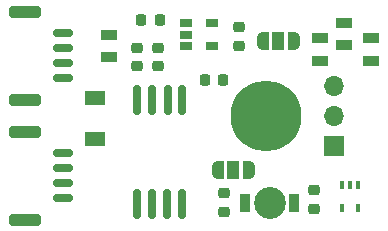
<source format=gbr>
G04 #@! TF.GenerationSoftware,KiCad,Pcbnew,5.99.0-unknown-80cb1db2e6~119~ubuntu20.04.1*
G04 #@! TF.CreationDate,2021-03-23T08:35:34+01:00*
G04 #@! TF.ProjectId,TFRPM01C,54465250-4d30-4314-932e-6b696361645f,REV*
G04 #@! TF.SameCoordinates,PX78dfd90PY8290510*
G04 #@! TF.FileFunction,Soldermask,Bot*
G04 #@! TF.FilePolarity,Negative*
%FSLAX46Y46*%
G04 Gerber Fmt 4.6, Leading zero omitted, Abs format (unit mm)*
G04 Created by KiCad (PCBNEW 5.99.0-unknown-80cb1db2e6~119~ubuntu20.04.1) date 2021-03-23 08:35:34*
%MOMM*%
%LPD*%
G01*
G04 APERTURE LIST*
G04 Aperture macros list*
%AMRoundRect*
0 Rectangle with rounded corners*
0 $1 Rounding radius*
0 $2 $3 $4 $5 $6 $7 $8 $9 X,Y pos of 4 corners*
0 Add a 4 corners polygon primitive as box body*
4,1,4,$2,$3,$4,$5,$6,$7,$8,$9,$2,$3,0*
0 Add four circle primitives for the rounded corners*
1,1,$1+$1,$2,$3*
1,1,$1+$1,$4,$5*
1,1,$1+$1,$6,$7*
1,1,$1+$1,$8,$9*
0 Add four rect primitives between the rounded corners*
20,1,$1+$1,$2,$3,$4,$5,0*
20,1,$1+$1,$4,$5,$6,$7,0*
20,1,$1+$1,$6,$7,$8,$9,0*
20,1,$1+$1,$8,$9,$2,$3,0*%
%AMFreePoly0*
4,1,22,0.550000,-0.750000,0.000000,-0.750000,0.000000,-0.745033,-0.079941,-0.743568,-0.215256,-0.701293,-0.333266,-0.622738,-0.424486,-0.514219,-0.481581,-0.384460,-0.499164,-0.250000,-0.500000,-0.250000,-0.500000,0.250000,-0.499164,0.250000,-0.499963,0.256109,-0.478152,0.396186,-0.417904,0.524511,-0.324060,0.630769,-0.204165,0.706417,-0.067858,0.745374,0.000000,0.744959,0.000000,0.750000,
0.550000,0.750000,0.550000,-0.750000,0.550000,-0.750000,$1*%
%AMFreePoly1*
4,1,20,0.000000,0.744959,0.073905,0.744508,0.209726,0.703889,0.328688,0.626782,0.421226,0.519385,0.479903,0.390333,0.500000,0.250000,0.500000,-0.250000,0.499851,-0.262216,0.476331,-0.402017,0.414519,-0.529596,0.319384,-0.634700,0.198574,-0.708877,0.061801,-0.746166,0.000000,-0.745033,0.000000,-0.750000,-0.550000,-0.750000,-0.550000,0.750000,0.000000,0.750000,0.000000,0.744959,
0.000000,0.744959,$1*%
G04 Aperture macros list end*
%ADD10R,1.700000X1.300000*%
%ADD11C,6.000000*%
%ADD12RoundRect,0.218750X-0.256250X0.218750X-0.256250X-0.218750X0.256250X-0.218750X0.256250X0.218750X0*%
%ADD13R,1.700000X1.700000*%
%ADD14O,1.700000X1.700000*%
%ADD15R,1.060000X0.650000*%
%ADD16R,1.397000X0.889000*%
%ADD17RoundRect,0.218750X0.218750X0.256250X-0.218750X0.256250X-0.218750X-0.256250X0.218750X-0.256250X0*%
%ADD18RoundRect,0.150000X0.700000X-0.150000X0.700000X0.150000X-0.700000X0.150000X-0.700000X-0.150000X0*%
%ADD19RoundRect,0.250000X1.100000X-0.250000X1.100000X0.250000X-1.100000X0.250000X-1.100000X-0.250000X0*%
%ADD20RoundRect,0.218750X-0.218750X-0.256250X0.218750X-0.256250X0.218750X0.256250X-0.218750X0.256250X0*%
%ADD21O,0.700000X2.600000*%
%ADD22RoundRect,0.218750X0.256250X-0.218750X0.256250X0.218750X-0.256250X0.218750X-0.256250X-0.218750X0*%
%ADD23C,2.700000*%
%ADD24R,0.950000X1.500000*%
%ADD25R,0.400000X0.650000*%
%ADD26FreePoly0,0.000000*%
%ADD27R,1.000000X1.500000*%
%ADD28FreePoly1,0.000000*%
%ADD29FreePoly0,180.000000*%
%ADD30FreePoly1,180.000000*%
G04 APERTURE END LIST*
D10*
G04 #@! TO.C,D1*
X-8636000Y6068000D03*
X-8636000Y2568000D03*
G04 #@! TD*
D11*
G04 #@! TO.C,M2*
X5842000Y4574904D03*
G04 #@! TD*
D12*
G04 #@! TO.C,R10*
X-3302000Y10312500D03*
X-3302000Y8737500D03*
G04 #@! TD*
D13*
G04 #@! TO.C,J1*
X11557000Y2034904D03*
D14*
X11557000Y4574904D03*
X11557000Y7114904D03*
G04 #@! TD*
D15*
G04 #@! TO.C,U3*
X-930000Y10480000D03*
X-930000Y11430000D03*
X-930000Y12380000D03*
X1270000Y12380000D03*
X1270000Y10480000D03*
G04 #@! TD*
D16*
G04 #@! TO.C,C3*
X-7493000Y9525000D03*
X-7493000Y11430000D03*
G04 #@! TD*
D17*
G04 #@! TO.C,C4*
X-3175000Y12700000D03*
X-4750000Y12700000D03*
G04 #@! TD*
D18*
G04 #@! TO.C,J2*
X-11358000Y7779904D03*
X-11358000Y9029904D03*
X-11358000Y10279904D03*
X-11358000Y11529904D03*
D19*
X-14558000Y5929904D03*
X-14558000Y13379904D03*
G04 #@! TD*
D12*
G04 #@! TO.C,R4*
X2286000Y-1981000D03*
X2286000Y-3556000D03*
G04 #@! TD*
D16*
G04 #@! TO.C,R1*
X14732000Y11112500D03*
X14732000Y9207500D03*
G04 #@! TD*
G04 #@! TO.C,R2*
X10414000Y9207500D03*
X10414000Y11112500D03*
G04 #@! TD*
D12*
G04 #@! TO.C,R3*
X-5080000Y10312500D03*
X-5080000Y8737500D03*
G04 #@! TD*
G04 #@! TO.C,C6*
X9906000Y-1752500D03*
X9906000Y-3327500D03*
G04 #@! TD*
D18*
G04 #@! TO.C,J3*
X-11358000Y-2380096D03*
X-11358000Y-1130096D03*
X-11358000Y119904D03*
X-11358000Y1369904D03*
D19*
X-14558000Y-4230096D03*
X-14558000Y3219904D03*
G04 #@! TD*
D20*
G04 #@! TO.C,C5*
X635000Y7620000D03*
X2210000Y7620000D03*
G04 #@! TD*
D21*
G04 #@! TO.C,U1*
X-1270000Y-2876000D03*
X-2540000Y-2876000D03*
X-3810000Y-2876000D03*
X-5085000Y-2876000D03*
X-5080000Y5924000D03*
X-3810000Y5924000D03*
X-2475000Y5924000D03*
X-1270000Y5924000D03*
G04 #@! TD*
D22*
G04 #@! TO.C,C1*
X3556000Y10490000D03*
X3556000Y12065000D03*
G04 #@! TD*
D16*
G04 #@! TO.C,C2*
X12446000Y10541000D03*
X12446000Y12446000D03*
G04 #@! TD*
D23*
G04 #@! TO.C,D2*
X6128000Y-2791096D03*
D24*
X8203000Y-2791096D03*
X4053000Y-2791096D03*
G04 #@! TD*
D25*
G04 #@! TO.C,U2*
X12304000Y-1336000D03*
X12954000Y-1336000D03*
X13604000Y-1336000D03*
X13604000Y-3236000D03*
X12304000Y-3236000D03*
G04 #@! TD*
D26*
G04 #@! TO.C,JP1*
X1748000Y0D03*
D27*
X3048000Y0D03*
D28*
X4348000Y0D03*
G04 #@! TD*
D29*
G04 #@! TO.C,JP2*
X8158000Y10922000D03*
D27*
X6858000Y10922000D03*
D30*
X5558000Y10922000D03*
G04 #@! TD*
M02*

</source>
